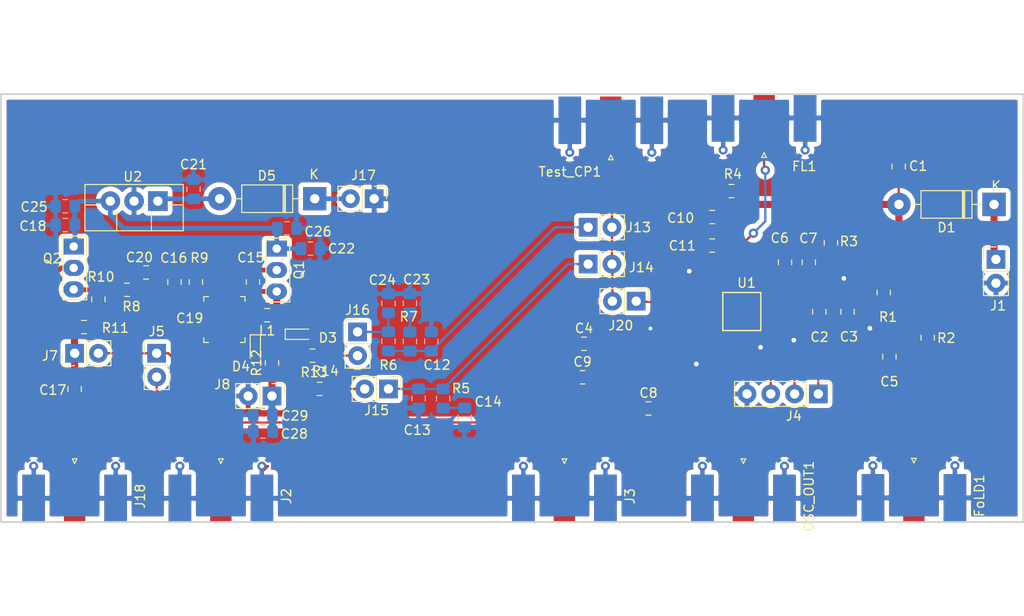
<source format=kicad_pcb>
(kicad_pcb (version 20171130) (host pcbnew "(5.1.5-0-10_14)")
  (layers (0 F.Cu signal) (31 B.Cu signal) (34 B.Paste user) (35 F.Paste user) (36 B.SilkS user) (37 F.SilkS user) (38 B.Mask user) (39 F.Mask user) (44 Edge.Cuts user))
  (net 0 "")
  (net 1 GND)
  (net 2 "Net-(C4-Pad1)")
  (net 3 "Net-(C8-Pad1)")
  (net 4 "Net-(C9-Pad2)")
  (net 5 PLL_Power)
  (net 6 "Net-(C12-Pad2)")
  (net 7 "Net-(C15-Pad1)")
  (net 8 "Net-(C15-Pad2)")
  (net 9 8V)
  (net 10 "Net-(C20-Pad2)")
  (net 11 "Net-(C21-Pad1)")
  (net 12 "Net-(D1-Pad1)")
  (net 13 "Net-(D3-Pad1)")
  (net 14 "Net-(D5-Pad1)")
  (net 15 "Net-(J2-Pad1)")
  (net 16 "Net-(J13-Pad2)")
  (net 17 V_uC)
  (net 18 Vp)
  (net 19 Vcc)
  (net 20 CE)
  (net 21 F_IN)
  (net 22 OSC_IN)
  (net 23 CPo)
  (net 24 LE)
  (net 25 Data)
  (net 26 FL)
  (net 27 FoLD)
  (net 28 OSC_OUT)
  (net 29 Clock)
  (net 30 "Net-(C13-Pad1)")
  (net 31 "Net-(C14-Pad1)")
  (net 32 "Net-(C17-Pad2)")
  (net 33 "Net-(C17-Pad1)")
  (net 34 "Net-(Q2-Pad3)")
  (net 35 "Net-(C23-Pad1)")
  (net 36 "Net-(C24-Pad1)")
  (net 37 "Net-(J15-Pad2)")
  (net 38 "Net-(J16-Pad2)")
  (net 39 "Net-(C28-Pad2)")
  (module Capacitor_SMD:C_0805_2012Metric_Pad1.15x1.40mm_HandSolder (layer B.Cu) (at 106.7308 112.2426)
    (fp_text reference C28 (at 3.3528 0.254) (layer F.SilkS))
    (fp_text value 100pF)
    (pad 2 smd roundrect (at 1.025 0) (size 1.15 1.4) (layers B.Cu B.Paste B.Mask) (roundrect_rratio 0.217391) (net 39 "Net-(C28-Pad2)"))
    (pad 1 smd roundrect (at -1.025 0) (size 1.15 1.4) (layers B.Cu B.Paste B.Mask) (roundrect_rratio 0.217391) (net 1 GND))
  )
  (module Capacitor_SMD:C_0805_2012Metric_Pad1.15x1.40mm_HandSolder (layer B.Cu) (at 106.7218 110.4646)
    (fp_text reference C29 (at 3.4126 0.1016) (layer F.SilkS))
    (fp_text value 100nF)
    (pad 1 smd roundrect (at -1.025 0) (size 1.15 1.4) (layers B.Cu B.Paste B.Mask) (roundrect_rratio 0.217391) (net 1 GND))
    (pad 2 smd roundrect (at 1.025 0) (size 1.15 1.4) (layers B.Cu B.Paste B.Mask) (roundrect_rratio 0.217391) (net 39 "Net-(C28-Pad2)"))
  )
  (module Capacitor_SMD:C_0805_2012Metric_Pad1.15x1.40mm_HandSolder (layer B.Cu) (at 109.2925 90.5383 180)
    (fp_text reference C26 (at -3.3184 -0.3556 180) (layer F.SilkS))
    (fp_text value 100pF)
    (pad 2 smd roundrect (at 1.025 0 180) (size 1.15 1.4) (layers B.Cu B.Paste B.Mask) (roundrect_rratio 0.217391) (net 9 8V))
    (pad 1 smd roundrect (at -1.025 0 180) (size 1.15 1.4) (layers B.Cu B.Paste B.Mask) (roundrect_rratio 0.217391) (net 1 GND))
  )
  (module Capacitor_SMD:C_0805_2012Metric_Pad1.15x1.40mm_HandSolder (layer B.Cu) (at 85.6017 88.1761)
    (fp_text reference C25 (at -3.3184 0.0762) (layer F.SilkS))
    (fp_text value 100pF)
    (pad 1 smd roundrect (at -1.025 0) (size 1.15 1.4) (layers B.Cu B.Paste B.Mask) (roundrect_rratio 0.217391) (net 1 GND))
    (pad 2 smd roundrect (at 1.025 0) (size 1.15 1.4) (layers B.Cu B.Paste B.Mask) (roundrect_rratio 0.217391) (net 9 8V))
  )
  (module Resistor_SMD:R_0805_2012Metric_Pad1.15x1.40mm_HandSolder (layer F.Cu) (at 112.023 104.14 180)
    (fp_text reference R14 (at -1.3626 -1.6383 180) (layer F.SilkS))
    (fp_text value 0)
    (pad 2 smd roundrect (at 1.025 0 180) (size 1.15 1.4) (layers F.Cu F.Paste F.Mask) (roundrect_rratio 0.217391) (net 13 "Net-(D3-Pad1)"))
    (pad 1 smd roundrect (at -1.025 0 180) (size 1.15 1.4) (layers F.Cu F.Paste F.Mask) (roundrect_rratio 0.217391) (net 38 "Net-(J16-Pad2)"))
  )
  (module Resistor_SMD:R_0805_2012Metric_Pad1.15x1.40mm_HandSolder (layer F.Cu) (at 112.785 107.696 180)
    (fp_text reference R13 (at 0.5879 1.7653) (layer F.SilkS))
    (fp_text value 0)
    (pad 1 smd roundrect (at -1.025 0 180) (size 1.15 1.4) (layers F.Cu F.Paste F.Mask) (roundrect_rratio 0.217391) (net 37 "Net-(J15-Pad2)"))
    (pad 2 smd roundrect (at 1.025 0 180) (size 1.15 1.4) (layers F.Cu F.Paste F.Mask) (roundrect_rratio 0.217391) (net 13 "Net-(D3-Pad1)"))
  )
  (module Resistor_SMD:R_0805_2012Metric_Pad1.15x1.40mm_HandSolder (layer F.Cu) (at 89.154 98.1292 270)
    (fp_text reference R10 (at -2.4093 -0.2667) (layer F.SilkS))
    (fp_text value 100k)
    (pad 1 smd roundrect (at -1.025 0 270) (size 1.15 1.4) (layers F.Cu F.Paste F.Mask) (roundrect_rratio 0.217391) (net 34 "Net-(Q2-Pad3)"))
    (pad 2 smd roundrect (at 1.025 0 270) (size 1.15 1.4) (layers F.Cu F.Paste F.Mask) (roundrect_rratio 0.217391) (net 1 GND))
  )
  (module Resistor_SMD:R_0805_2012Metric_Pad1.15x1.40mm_HandSolder (layer F.Cu) (at 107.696 104.911 90)
    (fp_text reference R12 (at 0 -1.65 270) (layer F.SilkS))
    (fp_text value 1k)
    (pad 1 smd roundrect (at -1.025 0 90) (size 1.15 1.4) (layers F.Cu F.Paste F.Mask) (roundrect_rratio 0.217391) (net 39 "Net-(C28-Pad2)"))
    (pad 2 smd roundrect (at 1.025 0 90) (size 1.15 1.4) (layers F.Cu F.Paste F.Mask) (roundrect_rratio 0.217391) (net 13 "Net-(D3-Pad1)"))
  )
  (module Capacitor_SMD:C_0805_2012Metric_Pad1.15x1.40mm_HandSolder (layer B.Cu) (at 120.142 98.561 90)
    (fp_text reference C24 (at 2.4982 -0.6604 180) (layer F.SilkS))
    (fp_text value 220nF)
    (pad 2 smd roundrect (at 1.025 0 90) (size 1.15 1.4) (layers B.Cu B.Paste B.Mask) (roundrect_rratio 0.217391) (net 1 GND))
    (pad 1 smd roundrect (at -1.025 0 90) (size 1.15 1.4) (layers B.Cu B.Paste B.Mask) (roundrect_rratio 0.217391) (net 36 "Net-(C24-Pad1)"))
  )
  (module Capacitor_SMD:C_0805_2012Metric_Pad1.15x1.40mm_HandSolder (layer B.Cu) (at 122.428 98.543 90)
    (fp_text reference C23 (at 2.531 0.7239 180) (layer F.SilkS))
    (fp_text value 80nF)
    (pad 1 smd roundrect (at -1.025 0 90) (size 1.15 1.4) (layers B.Cu B.Paste B.Mask) (roundrect_rratio 0.217391) (net 35 "Net-(C23-Pad1)"))
    (pad 2 smd roundrect (at 1.025 0 90) (size 1.15 1.4) (layers B.Cu B.Paste B.Mask) (roundrect_rratio 0.217391) (net 1 GND))
  )
  (module Capacitor_SMD:C_Trimmer_Murata_TZB4-B (layer F.Cu) (at 102.616 100.282 270)
    (fp_text reference C19 (at -0.1425 3.7084) (layer F.SilkS))
    (fp_text value SGC35060)
    (pad 1 smd rect (at -3 0 270) (size 2 1.6) (layers F.Cu F.Paste F.Mask) (net 8 "Net-(C15-Pad2)"))
    (pad 2 smd rect (at 3 0 270) (size 2 1.6) (layers F.Cu F.Paste F.Mask) (net 1 GND))
  )
  (module Resistor_SMD:R_0805_2012Metric_Pad1.15x1.40mm_HandSolder (layer B.Cu) (at 122.428 102.625 270)
    (fp_text reference R7 (at -2.6453 0.127 180) (layer F.SilkS))
    (fp_text value 62k)
    (pad 1 smd roundrect (at -1.025 0 270) (size 1.15 1.4) (layers B.Cu B.Paste B.Mask) (roundrect_rratio 0.217391) (net 35 "Net-(C23-Pad1)"))
    (pad 2 smd roundrect (at 1.025 0 270) (size 1.15 1.4) (layers B.Cu B.Paste B.Mask) (roundrect_rratio 0.217391) (net 6 "Net-(C12-Pad2)"))
  )
  (module Resistor_SMD:R_0805_2012Metric_Pad1.15x1.40mm_HandSolder (layer F.Cu) (at 92.211 97.1042)
    (fp_text reference R8 (at 0.4736 1.7907) (layer F.SilkS))
    (fp_text value "1 Ohm")
    (pad 2 smd roundrect (at 1.025 0) (size 1.15 1.4) (layers F.Cu F.Paste F.Mask) (roundrect_rratio 0.217391) (net 10 "Net-(C20-Pad2)"))
    (pad 1 smd roundrect (at -1.025 0) (size 1.15 1.4) (layers F.Cu F.Paste F.Mask) (roundrect_rratio 0.217391) (net 34 "Net-(Q2-Pad3)"))
  )
  (module Capacitor_SMD:C_0805_2012Metric_Pad1.15x1.40mm_HandSolder (layer F.Cu) (at 86.614 107.705 270)
    (fp_text reference C17 (at 0.1053 2.3368) (layer F.SilkS))
    (fp_text value 100nF)
    (pad 2 smd roundrect (at 1.025 0 270) (size 1.15 1.4) (layers F.Cu F.Paste F.Mask) (roundrect_rratio 0.217391) (net 32 "Net-(C17-Pad2)"))
    (pad 1 smd roundrect (at -1.025 0 270) (size 1.15 1.4) (layers F.Cu F.Paste F.Mask) (roundrect_rratio 0.217391) (net 33 "Net-(C17-Pad1)"))
  )
  (module Capacitor_SMD:C_0805_2012Metric_Pad1.15x1.40mm_HandSolder (layer B.Cu) (at 128.27 110.753 270)
    (fp_text reference C14 (at -1.6854 -2.5273) (layer F.SilkS))
    (fp_text value C)
    (pad 1 smd roundrect (at -1.025 0 270) (size 1.15 1.4) (layers B.Cu B.Paste B.Mask) (roundrect_rratio 0.217391) (net 31 "Net-(C14-Pad1)"))
    (pad 2 smd roundrect (at 1.025 0 270) (size 1.15 1.4) (layers B.Cu B.Paste B.Mask) (roundrect_rratio 0.217391) (net 1 GND))
  )
  (module Package_TO_SOT_THT:TO-251-3_Vertical (layer F.Cu) (at 86.5124 92.4814 270)
    (fp_text reference Q2 (at 1.2827 2.2987) (layer F.SilkS))
    (fp_text value "2N5486 JFET")
    (pad 3 thru_hole oval (at 4.58 0 270) (size 1.7175 2.2) (drill 0.9) (layers *.Cu *.Mask) (net 34 "Net-(Q2-Pad3)"))
    (pad 2 thru_hole oval (at 2.29 0 270) (size 1.7175 2.2) (drill 0.9) (layers *.Cu *.Mask) (net 33 "Net-(C17-Pad1)"))
    (pad 1 thru_hole rect (at 0 0 270) (size 1.7175 2.2) (drill 0.9) (layers *.Cu *.Mask) (net 9 8V))
  )
  (module Package_TO_SOT_THT:TO-251-3_Vertical (layer F.Cu) (at 108.204 92.706 270)
    (fp_text reference Q1 (at 2.29 -2.39 270) (layer F.SilkS))
    (fp_text value "2N5486 JFET")
    (pad 1 thru_hole rect (at 0 0 270) (size 1.7 2.2) (drill 0.9) (layers *.Cu *.Mask) (net 9 8V))
    (pad 2 thru_hole oval (at 2.29 0 270) (size 1.7 2.2) (drill 0.9) (layers *.Cu *.Mask) (net 7 "Net-(C15-Pad1)"))
    (pad 3 thru_hole oval (at 4.58 0 270) (size 1.7 2.2) (drill 0.9) (layers *.Cu *.Mask) (net 8 "Net-(C15-Pad2)"))
  )
  (module Connector_Coaxial:SMA_Molex_73251-1153_EdgeMount_Horizontal (layer F.Cu) (at 176.276 117.6092 90)
    (fp_text reference FoLD1 (at -1.5 7 90) (layer F.SilkS))
    (fp_text value Conn_Coaxial)
    (pad 2 smd rect (at 1.27 4.38 90) (size 0.95 0.46) (layers B.Cu) (net 1 GND))
    (pad 2 smd rect (at 1.27 -4.38 90) (size 0.95 0.46) (layers B.Cu) (net 1 GND))
    (pad 2 smd rect (at 1.27 4.38 90) (size 0.95 0.46) (layers F.Cu) (net 1 GND))
    (pad 2 smd rect (at 1.27 -4.38 90) (size 0.95 0.46) (layers F.Cu) (net 1 GND))
    (pad 2 thru_hole circle (at 1.72 4.38 90) (size 0.97 0.97) (drill 0.46) (layers *.Cu) (net 1 GND))
    (pad 2 thru_hole circle (at 1.72 -4.38 90) (size 0.97 0.97) (drill 0.46) (layers *.Cu) (net 1 GND))
    (pad 2 smd rect (at -1.72 4.38 90) (size 5.08 2.42) (layers B.Cu B.Paste B.Mask) (net 1 GND))
    (pad 2 smd rect (at -1.72 -4.38 90) (size 5.08 2.42) (layers B.Cu B.Paste B.Mask) (net 1 GND))
    (pad 2 smd rect (at -1.72 4.38 90) (size 5.08 2.42) (layers F.Cu F.Paste F.Mask) (net 1 GND))
    (pad 2 smd rect (at -1.72 -4.38 90) (size 5.08 2.42) (layers F.Cu F.Paste F.Mask) (net 1 GND))
    (pad 1 smd rect (at -1.72 0 90) (size 5.08 2.29) (layers F.Cu F.Paste F.Mask) (net 27 FoLD))
  )
  (module Connector_Coaxial:SMA_Molex_73251-1153_EdgeMount_Horizontal (layer F.Cu) (at 160.274 80.46 270)
    (fp_text reference FL1 (at 3.45652 -4.28244) (layer F.SilkS))
    (fp_text value Conn_Coaxial)
    (pad 1 smd rect (at -1.72 0 270) (size 5.08 2.29) (layers F.Cu F.Paste F.Mask) (net 26 FL))
    (pad 2 smd rect (at -1.72 -4.38 270) (size 5.08 2.42) (layers F.Cu F.Paste F.Mask) (net 1 GND))
    (pad 2 smd rect (at -1.72 4.38 270) (size 5.08 2.42) (layers F.Cu F.Paste F.Mask) (net 1 GND))
    (pad 2 smd rect (at -1.72 -4.38 270) (size 5.08 2.42) (layers B.Cu B.Paste B.Mask) (net 1 GND))
    (pad 2 smd rect (at -1.72 4.38 270) (size 5.08 2.42) (layers B.Cu B.Paste B.Mask) (net 1 GND))
    (pad 2 thru_hole circle (at 1.72 -4.38 270) (size 0.97 0.97) (drill 0.46) (layers *.Cu) (net 1 GND))
    (pad 2 thru_hole circle (at 1.72 4.38 270) (size 0.97 0.97) (drill 0.46) (layers *.Cu) (net 1 GND))
    (pad 2 smd rect (at 1.27 -4.38 270) (size 0.95 0.46) (layers F.Cu) (net 1 GND))
    (pad 2 smd rect (at 1.27 4.38 270) (size 0.95 0.46) (layers F.Cu) (net 1 GND))
    (pad 2 smd rect (at 1.27 -4.38 270) (size 0.95 0.46) (layers B.Cu) (net 1 GND))
    (pad 2 smd rect (at 1.27 4.38 270) (size 0.95 0.46) (layers B.Cu) (net 1 GND))
  )
  (module Connector_Coaxial:SMA_Molex_73251-1153_EdgeMount_Horizontal (layer F.Cu) (at 143.891 80.714 270)
    (fp_text reference Test_CP1 (at 3.78672 4.35356) (layer F.SilkS))
    (fp_text value Conn_Coaxial)
    (pad 2 smd rect (at 1.27 4.38 270) (size 0.95 0.46) (layers B.Cu) (net 1 GND))
    (pad 2 smd rect (at 1.27 -4.38 270) (size 0.95 0.46) (layers B.Cu) (net 1 GND))
    (pad 2 smd rect (at 1.27 4.38 270) (size 0.95 0.46) (layers F.Cu) (net 1 GND))
    (pad 2 smd rect (at 1.27 -4.38 270) (size 0.95 0.46) (layers F.Cu) (net 1 GND))
    (pad 2 thru_hole circle (at 1.72 4.38 270) (size 0.97 0.97) (drill 0.46) (layers *.Cu) (net 1 GND))
    (pad 2 thru_hole circle (at 1.72 -4.38 270) (size 0.97 0.97) (drill 0.46) (layers *.Cu) (net 1 GND))
    (pad 2 smd rect (at -1.72 4.38 270) (size 5.08 2.42) (layers B.Cu B.Paste B.Mask) (net 1 GND))
    (pad 2 smd rect (at -1.72 -4.38 270) (size 5.08 2.42) (layers B.Cu B.Paste B.Mask) (net 1 GND))
    (pad 2 smd rect (at -1.72 4.38 270) (size 5.08 2.42) (layers F.Cu F.Paste F.Mask) (net 1 GND))
    (pad 2 smd rect (at -1.72 -4.38 270) (size 5.08 2.42) (layers F.Cu F.Paste F.Mask) (net 1 GND))
    (pad 1 smd rect (at -1.72 0 270) (size 5.08 2.29) (layers F.Cu F.Paste F.Mask) (net 16 "Net-(J13-Pad2)"))
  )
  (module Connector_Coaxial:SMA_Molex_73251-1153_EdgeMount_Horizontal (layer F.Cu) (at 158.0642 117.66 90)
    (fp_text reference OSC_OUT1 (at -1.5 7 90) (layer F.SilkS))
    (fp_text value Conn_Coaxial)
    (pad 1 smd rect (at -1.72 0 90) (size 5.08 2.29) (layers F.Cu F.Paste F.Mask) (net 28 OSC_OUT))
    (pad 2 smd rect (at -1.72 -4.38 90) (size 5.08 2.42) (layers F.Cu F.Paste F.Mask) (net 1 GND))
    (pad 2 smd rect (at -1.72 4.38 90) (size 5.08 2.42) (layers F.Cu F.Paste F.Mask) (net 1 GND))
    (pad 2 smd rect (at -1.72 -4.38 90) (size 5.08 2.42) (layers B.Cu B.Paste B.Mask) (net 1 GND))
    (pad 2 smd rect (at -1.72 4.38 90) (size 5.08 2.42) (layers B.Cu B.Paste B.Mask) (net 1 GND))
    (pad 2 thru_hole circle (at 1.72 -4.38 90) (size 0.97 0.97) (drill 0.46) (layers *.Cu) (net 1 GND))
    (pad 2 thru_hole circle (at 1.72 4.38 90) (size 0.97 0.97) (drill 0.46) (layers *.Cu) (net 1 GND))
    (pad 2 smd rect (at 1.27 -4.38 90) (size 0.95 0.46) (layers F.Cu) (net 1 GND))
    (pad 2 smd rect (at 1.27 4.38 90) (size 0.95 0.46) (layers F.Cu) (net 1 GND))
    (pad 2 smd rect (at 1.27 -4.38 90) (size 0.95 0.46) (layers B.Cu) (net 1 GND))
    (pad 2 smd rect (at 1.27 4.38 90) (size 0.95 0.46) (layers B.Cu) (net 1 GND))
  )
  (module Capacitor_SMD:C_0805_2012Metric_Pad1.15x1.40mm_HandSolder (layer F.Cu) (at 174.6504 83.9306 270)
    (fp_text reference C1 (at -0.04456 -2.0828) (layer F.SilkS))
    (fp_text value C)
    (pad 1 smd roundrect (at -1.025 0 270) (size 1.15 1.4) (layers F.Cu F.Paste F.Mask) (roundrect_rratio 0.217391) (net 1 GND))
    (pad 2 smd roundrect (at 1.025 0 270) (size 1.15 1.4) (layers F.Cu F.Paste F.Mask) (roundrect_rratio 0.217391) (net 5 PLL_Power))
  )
  (module Capacitor_SMD:C_0805_2012Metric_Pad1.15x1.40mm_HandSolder (layer F.Cu) (at 166.1668 99.45 90)
    (fp_text reference C2 (at -2.7088 0.02032 180) (layer F.SilkS))
    (fp_text value 100nF)
    (pad 1 smd roundrect (at -1.025 0 90) (size 1.15 1.4) (layers F.Cu F.Paste F.Mask) (roundrect_rratio 0.217391) (net 1 GND))
    (pad 2 smd roundrect (at 1.025 0 90) (size 1.15 1.4) (layers F.Cu F.Paste F.Mask) (roundrect_rratio 0.217391) (net 17 V_uC))
  )
  (module Capacitor_SMD:C_0805_2012Metric_Pad1.15x1.40mm_HandSolder (layer F.Cu) (at 169.1894 99.45 90)
    (fp_text reference C3 (at -2.67324 0.14224 180) (layer F.SilkS))
    (fp_text value 100pF)
    (pad 2 smd roundrect (at 1.025 0 90) (size 1.15 1.4) (layers F.Cu F.Paste F.Mask) (roundrect_rratio 0.217391) (net 17 V_uC))
    (pad 1 smd roundrect (at -1.025 0 90) (size 1.15 1.4) (layers F.Cu F.Paste F.Mask) (roundrect_rratio 0.217391) (net 1 GND))
  )
  (module Capacitor_SMD:C_0805_2012Metric_Pad1.15x1.40mm_HandSolder (layer F.Cu) (at 141.0298 102.87)
    (fp_text reference C4 (at 0 -1.65) (layer F.SilkS))
    (fp_text value 1000pF)
    (pad 2 smd roundrect (at 1.025 0) (size 1.15 1.4) (layers F.Cu F.Paste F.Mask) (roundrect_rratio 0.217391) (net 21 F_IN))
    (pad 1 smd roundrect (at -1.025 0) (size 1.15 1.4) (layers F.Cu F.Paste F.Mask) (roundrect_rratio 0.217391) (net 2 "Net-(C4-Pad1)"))
  )
  (module Capacitor_SMD:C_0805_2012Metric_Pad1.15x1.40mm_HandSolder (layer F.Cu) (at 173.6598 104.2506 90)
    (fp_text reference C5 (at -2.66308 -0.00508 180) (layer F.SilkS))
    (fp_text value 100nF)
    (pad 2 smd roundrect (at 1.025 0 90) (size 1.15 1.4) (layers F.Cu F.Paste F.Mask) (roundrect_rratio 0.217391) (net 20 CE))
    (pad 1 smd roundrect (at -1.025 0 90) (size 1.15 1.4) (layers F.Cu F.Paste F.Mask) (roundrect_rratio 0.217391) (net 1 GND))
  )
  (module Capacitor_SMD:C_0805_2012Metric_Pad1.15x1.40mm_HandSolder (layer F.Cu) (at 162.5092 94.1668 90)
    (fp_text reference C6 (at 2.5871 -0.5715 180) (layer F.SilkS))
    (fp_text value 100nF)
    (pad 1 smd roundrect (at -1.025 0 90) (size 1.15 1.4) (layers F.Cu F.Paste F.Mask) (roundrect_rratio 0.217391) (net 1 GND))
    (pad 2 smd roundrect (at 1.025 0 90) (size 1.15 1.4) (layers F.Cu F.Paste F.Mask) (roundrect_rratio 0.217391) (net 19 Vcc))
  )
  (module Capacitor_SMD:C_0805_2012Metric_Pad1.15x1.40mm_HandSolder (layer F.Cu) (at 165.0492 94.1668 90)
    (fp_text reference C7 (at 2.5617 -0.0508 180) (layer F.SilkS))
    (fp_text value 100pF)
    (pad 1 smd roundrect (at -1.025 0 90) (size 1.15 1.4) (layers F.Cu F.Paste F.Mask) (roundrect_rratio 0.217391) (net 1 GND))
    (pad 2 smd roundrect (at 1.025 0 90) (size 1.15 1.4) (layers F.Cu F.Paste F.Mask) (roundrect_rratio 0.217391) (net 19 Vcc))
  )
  (module Capacitor_SMD:C_0805_2012Metric_Pad1.15x1.40mm_HandSolder (layer F.Cu) (at 147.9206 109.7788)
    (fp_text reference C8 (at 0 -1.65) (layer F.SilkS))
    (fp_text value 1000pF)
    (pad 2 smd roundrect (at 1.025 0) (size 1.15 1.4) (layers F.Cu F.Paste F.Mask) (roundrect_rratio 0.217391) (net 22 OSC_IN))
    (pad 1 smd roundrect (at -1.025 0) (size 1.15 1.4) (layers F.Cu F.Paste F.Mask) (roundrect_rratio 0.217391) (net 3 "Net-(C8-Pad1)"))
  )
  (module Capacitor_SMD:C_0805_2012Metric_Pad1.15x1.40mm_HandSolder (layer F.Cu) (at 140.8774 106.4514)
    (fp_text reference C9 (at 0 -1.65) (layer F.SilkS))
    (fp_text value 100nF)
    (pad 2 smd roundrect (at 1.025 0) (size 1.15 1.4) (layers F.Cu F.Paste F.Mask) (roundrect_rratio 0.217391) (net 4 "Net-(C9-Pad2)"))
    (pad 1 smd roundrect (at -1.025 0) (size 1.15 1.4) (layers F.Cu F.Paste F.Mask) (roundrect_rratio 0.217391) (net 1 GND))
  )
  (module Capacitor_SMD:C_0805_2012Metric_Pad1.15x1.40mm_HandSolder (layer F.Cu) (at 154.7278 89.3318)
    (fp_text reference C10 (at -3.3692 0.1016) (layer F.SilkS))
    (fp_text value 100nF)
    (pad 2 smd roundrect (at 1.025 0) (size 1.15 1.4) (layers F.Cu F.Paste F.Mask) (roundrect_rratio 0.217391) (net 18 Vp))
    (pad 1 smd roundrect (at -1.025 0) (size 1.15 1.4) (layers F.Cu F.Paste F.Mask) (roundrect_rratio 0.217391) (net 1 GND))
  )
  (module Capacitor_SMD:C_0805_2012Metric_Pad1.15x1.40mm_HandSolder (layer F.Cu) (at 154.7278 92.3798)
    (fp_text reference C11 (at -3.1914 0.0127) (layer F.SilkS))
    (fp_text value 100pF)
    (pad 1 smd roundrect (at -1.025 0) (size 1.15 1.4) (layers F.Cu F.Paste F.Mask) (roundrect_rratio 0.217391) (net 1 GND))
    (pad 2 smd roundrect (at 1.025 0) (size 1.15 1.4) (layers F.Cu F.Paste F.Mask) (roundrect_rratio 0.217391) (net 18 Vp))
  )
  (module Capacitor_SMD:C_0805_2012Metric_Pad1.15x1.40mm_HandSolder (layer B.Cu) (at 124.714 102.625 270)
    (fp_text reference C12 (at 2.5056 -0.6096) (layer F.SilkS))
    (fp_text value 12nF)
    (pad 2 smd roundrect (at 1.025 0 270) (size 1.15 1.4) (layers B.Cu B.Paste B.Mask) (roundrect_rratio 0.217391) (net 6 "Net-(C12-Pad2)"))
    (pad 1 smd roundrect (at -1.025 0 270) (size 1.15 1.4) (layers B.Cu B.Paste B.Mask) (roundrect_rratio 0.217391) (net 1 GND))
  )
  (module Capacitor_SMD:C_0805_2012Metric_Pad1.15x1.40mm_HandSolder (layer B.Cu) (at 123.3551 108.7083 270)
    (fp_text reference C13 (at 3.3819 0.1397) (layer F.SilkS))
    (fp_text value C)
    (pad 2 smd roundrect (at 1.025 0 270) (size 1.15 1.4) (layers B.Cu B.Paste B.Mask) (roundrect_rratio 0.217391) (net 1 GND))
    (pad 1 smd roundrect (at -1.025 0 270) (size 1.15 1.4) (layers B.Cu B.Paste B.Mask) (roundrect_rratio 0.217391) (net 30 "Net-(C13-Pad1)"))
  )
  (module Capacitor_SMD:C_0805_2012Metric_Pad1.15x1.40mm_HandSolder (layer F.Cu) (at 105.664 96.275 270)
    (fp_text reference C15 (at -2.6125 0.2286) (layer F.SilkS))
    (fp_text value 22pF)
    (pad 1 smd roundrect (at -1.025 0 270) (size 1.15 1.4) (layers F.Cu F.Paste F.Mask) (roundrect_rratio 0.217391) (net 7 "Net-(C15-Pad1)"))
    (pad 2 smd roundrect (at 1.025 0 270) (size 1.15 1.4) (layers F.Cu F.Paste F.Mask) (roundrect_rratio 0.217391) (net 8 "Net-(C15-Pad2)"))
  )
  (module Capacitor_SMD:C_0805_2012Metric_Pad1.15x1.40mm_HandSolder (layer F.Cu) (at 97.282 96.275 90)
    (fp_text reference C16 (at 2.5744 -0.0762 180) (layer F.SilkS))
    (fp_text value 47pF)
    (pad 2 smd roundrect (at 1.025 0 90) (size 1.15 1.4) (layers F.Cu F.Paste F.Mask) (roundrect_rratio 0.217391) (net 7 "Net-(C15-Pad1)"))
    (pad 1 smd roundrect (at -1.025 0 90) (size 1.15 1.4) (layers F.Cu F.Paste F.Mask) (roundrect_rratio 0.217391) (net 1 GND))
  )
  (module Capacitor_SMD:C_0805_2012Metric_Pad1.15x1.40mm_HandSolder (layer B.Cu) (at 85.6197 90.1827)
    (fp_text reference C18 (at -3.4634 0.1143) (layer F.SilkS))
    (fp_text value 100nF)
    (pad 1 smd roundrect (at -1.025 0) (size 1.15 1.4) (layers B.Cu B.Paste B.Mask) (roundrect_rratio 0.217391) (net 1 GND))
    (pad 2 smd roundrect (at 1.025 0) (size 1.15 1.4) (layers B.Cu B.Paste B.Mask) (roundrect_rratio 0.217391) (net 9 8V))
  )
  (module Capacitor_SMD:C_0805_2012Metric_Pad1.15x1.40mm_HandSolder (layer F.Cu) (at 94.243 95.25 180)
    (fp_text reference C20 (at 0.7075 1.6129 180) (layer F.SilkS))
    (fp_text value 10pF)
    (pad 1 smd roundrect (at -1.025 0 180) (size 1.15 1.4) (layers F.Cu F.Paste F.Mask) (roundrect_rratio 0.217391) (net 7 "Net-(C15-Pad1)"))
    (pad 2 smd roundrect (at 1.025 0 180) (size 1.15 1.4) (layers F.Cu F.Paste F.Mask) (roundrect_rratio 0.217391) (net 10 "Net-(C20-Pad2)"))
  )
  (module Capacitor_SMD:C_0805_2012Metric_Pad1.15x1.40mm_HandSolder (layer B.Cu) (at 99.314 86.36 90)
    (fp_text reference C21 (at 2.6416 0) (layer F.SilkS))
    (fp_text value 100nF)
    (pad 1 smd roundrect (at -1.025 0 90) (size 1.15 1.4) (layers B.Cu B.Paste B.Mask) (roundrect_rratio 0.217391) (net 11 "Net-(C21-Pad1)"))
    (pad 2 smd roundrect (at 1.025 0 90) (size 1.15 1.4) (layers B.Cu B.Paste B.Mask) (roundrect_rratio 0.217391) (net 1 GND))
  )
  (module Capacitor_SMD:C_0805_2012Metric_Pad1.15x1.40mm_HandSolder (layer B.Cu) (at 111.8071 92.71 180)
    (fp_text reference C22 (at -3.3184 0 180) (layer F.SilkS))
    (fp_text value 100nF)
    (pad 1 smd roundrect (at -1.025 0 180) (size 1.15 1.4) (layers B.Cu B.Paste B.Mask) (roundrect_rratio 0.217391) (net 1 GND))
    (pad 2 smd roundrect (at 1.025 0 180) (size 1.15 1.4) (layers B.Cu B.Paste B.Mask) (roundrect_rratio 0.217391) (net 9 8V))
  )
  (module Diode_THT:D_DO-41_SOD81_P10.16mm_Horizontal (layer F.Cu) (at 184.8358 87.9856 180)
    (fp_text reference D1 (at 5.08 -2.47 180) (layer F.SilkS))
    (fp_text value DIODE)
    (fp_text user K (at -0.21336 1.9812 180) (layer F.SilkS))
    (pad 1 thru_hole rect (at 0 0 180) (size 2.5 2.5) (drill 1) (layers *.Cu *.Mask) (net 12 "Net-(D1-Pad1)"))
    (pad 2 thru_hole oval (at 10.16 0 180) (size 2.5 2.5) (drill 1) (layers *.Cu *.Mask) (net 5 PLL_Power))
  )
  (module Diode_SMD:D_SC-80_HandSoldering (layer F.Cu) (at 110.914 101.854)
    (fp_text reference D3 (at 2.751 0.381) (layer F.SilkS))
    (fp_text value 1SV304)
    (pad 1 smd rect (at -1.1 0) (size 1.1 0.6) (layers F.Cu F.Paste F.Mask) (net 13 "Net-(D3-Pad1)"))
    (pad 2 smd rect (at 1.1 0) (size 1.1 0.6) (layers F.Cu F.Paste F.Mask) (net 8 "Net-(C15-Pad2)"))
  )
  (module Diode_SMD:D_SC-80_HandSoldering (layer F.Cu) (at 105.918 103.716 270)
    (fp_text reference D4 (at 1.5797 1.5367) (layer F.SilkS))
    (fp_text value 1SV304)
    (pad 2 smd rect (at 1.1 0 270) (size 1.1 0.6) (layers F.Cu F.Paste F.Mask) (net 1 GND))
    (pad 1 smd rect (at -1.1 0 270) (size 1.1 0.6) (layers F.Cu F.Paste F.Mask) (net 13 "Net-(D3-Pad1)"))
  )
  (module Diode_THT:D_DO-41_SOD81_P10.16mm_Horizontal (layer F.Cu) (at 112.268 87.376 180)
    (fp_text reference D5 (at 5.1308 2.4511 180) (layer F.SilkS))
    (fp_text value DIODE)
    (fp_text user K (at 0.0762 2.6035 180) (layer F.SilkS))
    (pad 2 thru_hole oval (at 10.16 0 180) (size 2.5 2.5) (drill 1) (layers *.Cu *.Mask) (net 11 "Net-(C21-Pad1)"))
    (pad 1 thru_hole rect (at 0 0 180) (size 2.5 2.5) (drill 1) (layers *.Cu *.Mask) (net 14 "Net-(D5-Pad1)"))
  )
  (module Connector_PinHeader_2.54mm:PinHeader_1x02_P2.54mm_Vertical (layer F.Cu) (at 185.039 93.853)
    (fp_text reference J1 (at 0.2286 4.94792) (layer F.SilkS))
    (fp_text value Conn_01x02_Male)
    (pad 2 thru_hole oval (at 0 2.54) (size 2 2) (drill 1) (layers *.Cu *.Mask) (net 1 GND))
    (pad 1 thru_hole rect (at 0 0) (size 2 2) (drill 1) (layers *.Cu *.Mask) (net 12 "Net-(D1-Pad1)"))
  )
  (module Connector_Coaxial:SMA_Molex_73251-1153_EdgeMount_Horizontal (layer F.Cu) (at 102.235 117.66 90)
    (fp_text reference J2 (at -1.5 7 90) (layer F.SilkS))
    (fp_text value Conn_Coaxial)
    (pad 2 smd rect (at 1.27 4.38 90) (size 0.95 0.46) (layers B.Cu) (net 1 GND))
    (pad 2 smd rect (at 1.27 -4.38 90) (size 0.95 0.46) (layers B.Cu) (net 1 GND))
    (pad 2 smd rect (at 1.27 4.38 90) (size 0.95 0.46) (layers F.Cu) (net 1 GND))
    (pad 2 smd rect (at 1.27 -4.38 90) (size 0.95 0.46) (layers F.Cu) (net 1 GND))
    (pad 2 thru_hole circle (at 1.72 4.38 90) (size 0.97 0.97) (drill 0.46) (layers *.Cu) (net 1 GND))
    (pad 2 thru_hole circle (at 1.72 -4.38 90) (size 0.97 0.97) (drill 0.46) (layers *.Cu) (net 1 GND))
    (pad 2 smd rect (at -1.72 4.38 90) (size 5.08 2.42) (layers B.Cu B.Paste B.Mask) (net 1 GND))
    (pad 2 smd rect (at -1.72 -4.38 90) (size 5.08 2.42) (layers B.Cu B.Paste B.Mask) (net 1 GND))
    (pad 2 smd rect (at -1.72 4.38 90) (size 5.08 2.42) (layers F.Cu F.Paste F.Mask) (net 1 GND))
    (pad 2 smd rect (at -1.72 -4.38 90) (size 5.08 2.42) (layers F.Cu F.Paste F.Mask) (net 1 GND))
    (pad 1 smd rect (at -1.72 0 90) (size 5.08 2.29) (layers F.Cu F.Paste F.Mask) (net 15 "Net-(J2-Pad1)"))
  )
  (module Connector_Coaxial:SMA_Molex_73251-1153_EdgeMount_Horizontal (layer F.Cu) (at 138.938 117.66 90)
    (fp_text reference J3 (at -1.5 7 90) (layer F.SilkS))
    (fp_text value Conn_Coaxial)
    (pad 1 smd rect (at -1.72 0 90) (size 5.08 2.29) (layers F.Cu F.Paste F.Mask) (net 3 "Net-(C8-Pad1)"))
    (pad 2 smd rect (at -1.72 -4.38 90) (size 5.08 2.42) (layers F.Cu F.Paste F.Mask) (net 1 GND))
    (pad 2 smd rect (at -1.72 4.38 90) (size 5.08 2.42) (layers F.Cu F.Paste F.Mask) (net 1 GND))
    (pad 2 smd rect (at -1.72 -4.38 90) (size 5.08 2.42) (layers B.Cu B.Paste B.Mask) (net 1 GND))
    (pad 2 smd rect (at -1.72 4.38 90) (size 5.08 2.42) (layers B.Cu B.Paste B.Mask) (net 1 GND))
    (pad 2 thru_hole circle (at 1.72 -4.38 90) (size 0.97 0.97) (drill 0.46) (layers *.Cu) (net 1 GND))
    (pad 2 thru_hole circle (at 1.72 4.38 90) (size 0.97 0.97) (drill 0.46) (layers *.Cu) (net 1 GND))
    (pad 2 smd rect (at 1.27 -4.38 90) (size 0.95 0.46) (layers F.Cu) (net 1 GND))
    (pad 2 smd rect (at 1.27 4.38 90) (size 0.95 0.46) (layers F.Cu) (net 1 GND))
    (pad 2 smd rect (at 1.27 -4.38 90) (size 0.95 0.46) (layers B.Cu) (net 1 GND))
    (pad 2 smd rect (at 1.27 4.38 90) (size 0.95 0.46) (layers B.Cu) (net 1 GND))
  )
  (module Connector_PinHeader_2.54mm:PinHeader_1x04_P2.54mm_Vertical (layer F.Cu) (at 166.0652 108.2294 270)
    (fp_text reference J4 (at 2.3622 2.62128) (layer F.SilkS))
    (fp_text value Conn_01x04_Male)
    (pad 1 thru_hole rect (at 0 0 270) (size 2 2) (drill 1) (layers *.Cu *.Mask) (net 24 LE))
    (pad 2 thru_hole oval (at 0 2.54 270) (size 2 2) (drill 1) (layers *.Cu *.Mask) (net 25 Data))
    (pad 3 thru_hole oval (at 0 5.08 270) (size 2 2) (drill 1) (layers *.Cu *.Mask) (net 29 Clock))
    (pad 4 thru_hole oval (at 0 7.62 270) (size 2 2) (drill 1) (layers *.Cu *.Mask) (net 1 GND))
  )
  (module Connector_PinHeader_2.54mm:PinHeader_1x02_P2.54mm_Vertical (layer F.Cu) (at 95.377 103.886)
    (fp_text reference J5 (at 0 -2.33) (layer F.SilkS))
    (fp_text value Conn_01x02_Male)
    (pad 1 thru_hole rect (at 0 0) (size 2 2) (drill 1) (layers *.Cu *.Mask) (net 2 "Net-(C4-Pad1)"))
    (pad 2 thru_hole oval (at 0 2.54) (size 2 2) (drill 1) (layers *.Cu *.Mask) (net 15 "Net-(J2-Pad1)"))
  )
  (module Connector_PinHeader_2.54mm:PinHeader_1x02_P2.54mm_Vertical (layer F.Cu) (at 86.614 103.886 90)
    (fp_text reference J7 (at -0.2794 -2.6416 180) (layer F.SilkS))
    (fp_text value Conn_01x02_Male)
    (pad 2 thru_hole oval (at 0 2.54 90) (size 2 2) (drill 1) (layers *.Cu *.Mask) (net 2 "Net-(C4-Pad1)"))
    (pad 1 thru_hole rect (at 0 0 90) (size 2 2) (drill 1) (layers *.Cu *.Mask) (net 33 "Net-(C17-Pad1)"))
  )
  (module Connector_PinHeader_2.54mm:PinHeader_1x02_P2.54mm_Vertical (layer F.Cu) (at 107.696 108.458 270)
    (fp_text reference J8 (at -1.2446 5.3086) (layer F.SilkS))
    (fp_text value Conn_01x02_Male)
    (pad 1 thru_hole rect (at 0 0 270) (size 2 2) (drill 1) (layers *.Cu *.Mask) (net 39 "Net-(C28-Pad2)"))
    (pad 2 thru_hole oval (at 0 2.54 270) (size 2 2) (drill 1) (layers *.Cu *.Mask) (net 1 GND))
  )
  (module Connector_PinHeader_2.54mm:PinHeader_1x02_P2.54mm_Vertical (layer F.Cu) (at 141.478 90.424 90)
    (fp_text reference J13 (at -0.02032 5.37464 180) (layer F.SilkS))
    (fp_text value Conn_01x02_Male)
    (pad 2 thru_hole oval (at 0 2.54 90) (size 2 2) (drill 1) (layers *.Cu *.Mask) (net 16 "Net-(J13-Pad2)"))
    (pad 1 thru_hole rect (at 0 0 90) (size 2 2) (drill 1) (layers *.Cu *.Mask) (net 6 "Net-(C12-Pad2)"))
  )
  (module Connector_PinHeader_2.54mm:PinHeader_1x02_P2.54mm_Vertical (layer F.Cu) (at 141.478 94.361 90)
    (fp_text reference J14 (at -0.3556 5.68452 180) (layer F.SilkS))
    (fp_text value Conn_01x02_Male)
    (pad 1 thru_hole rect (at 0 0 90) (size 2 2) (drill 1) (layers *.Cu *.Mask) (net 30 "Net-(C13-Pad1)"))
    (pad 2 thru_hole oval (at 0 2.54 90) (size 2 2) (drill 1) (layers *.Cu *.Mask) (net 16 "Net-(J13-Pad2)"))
  )
  (module Connector_PinHeader_2.54mm:PinHeader_1x02_P2.54mm_Vertical (layer F.Cu) (at 120.142 107.696 270)
    (fp_text reference J15 (at 2.286 1.27) (layer F.SilkS))
    (fp_text value Conn_01x02_Male)
    (pad 2 thru_hole oval (at 0 2.54 270) (size 2 2) (drill 1) (layers *.Cu *.Mask) (net 37 "Net-(J15-Pad2)"))
    (pad 1 thru_hole rect (at 0 0 270) (size 2 2) (drill 1) (layers *.Cu *.Mask) (net 30 "Net-(C13-Pad1)"))
  )
  (module Connector_PinHeader_2.54mm:PinHeader_1x02_P2.54mm_Vertical (layer F.Cu) (at 116.84 101.6)
    (fp_text reference J16 (at 0 -2.33) (layer F.SilkS))
    (fp_text value Conn_01x02_Male)
    (pad 1 thru_hole rect (at 0 0) (size 2 2) (drill 1) (layers *.Cu *.Mask) (net 36 "Net-(C24-Pad1)"))
    (pad 2 thru_hole oval (at 0 2.54) (size 2 2) (drill 1) (layers *.Cu *.Mask) (net 38 "Net-(J16-Pad2)"))
  )
  (module Connector_PinHeader_2.54mm:PinHeader_1x02_P2.54mm_Vertical (layer F.Cu) (at 118.618 87.376 270)
    (fp_text reference J17 (at -2.5019 1.143) (layer F.SilkS))
    (fp_text value Conn_01x02_Male)
    (pad 1 thru_hole rect (at 0 0 270) (size 2 2) (drill 1) (layers *.Cu *.Mask) (net 1 GND))
    (pad 2 thru_hole oval (at 0 2.54 270) (size 2 2) (drill 1) (layers *.Cu *.Mask) (net 14 "Net-(D5-Pad1)"))
  )
  (module Connector_Coaxial:SMA_Molex_73251-1153_EdgeMount_Horizontal (layer F.Cu) (at 86.614 117.66 90)
    (fp_text reference J18 (at -1.5 7 90) (layer F.SilkS))
    (fp_text value Conn_Coaxial)
    (pad 1 smd rect (at -1.72 0 90) (size 5.08 2.29) (layers F.Cu F.Paste F.Mask) (net 32 "Net-(C17-Pad2)"))
    (pad 2 smd rect (at -1.72 -4.38 90) (size 5.08 2.42) (layers F.Cu F.Paste F.Mask) (net 1 GND))
    (pad 2 smd rect (at -1.72 4.38 90) (size 5.08 2.42) (layers F.Cu F.Paste F.Mask) (net 1 GND))
    (pad 2 smd rect (at -1.72 -4.38 90) (size 5.08 2.42) (layers B.Cu B.Paste B.Mask) (net 1 GND))
    (pad 2 smd rect (at -1.72 4.38 90) (size 5.08 2.42) (layers B.Cu B.Paste B.Mask) (net 1 GND))
    (pad 2 thru_hole circle (at 1.72 -4.38 90) (size 0.97 0.97) (drill 0.46) (layers *.Cu) (net 1 GND))
    (pad 2 thru_hole circle (at 1.72 4.38 90) (size 0.97 0.97) (drill 0.46) (layers *.Cu) (net 1 GND))
    (pad 2 smd rect (at 1.27 -4.38 90) (size 0.95 0.46) (layers F.Cu) (net 1 GND))
    (pad 2 smd rect (at 1.27 4.38 90) (size 0.95 0.46) (layers F.Cu) (net 1 GND))
    (pad 2 smd rect (at 1.27 -4.38 90) (size 0.95 0.46) (layers B.Cu) (net 1 GND))
    (pad 2 smd rect (at 1.27 4.38 90) (size 0.95 0.46) (layers B.Cu) (net 1 GND))
  )
  (module Connector_PinHeader_2.54mm:PinHeader_1x02_P2.54mm_Vertical (layer F.Cu) (at 146.6088 98.3234 270)
    (fp_text reference J20 (at 2.60096 1.64592) (layer F.SilkS))
    (fp_text value Conn_01x02_Male)
    (pad 2 thru_hole oval (at 0 2.54 270) (size 2 2) (drill 1) (layers *.Cu *.Mask) (net 16 "Net-(J13-Pad2)"))
    (pad 1 thru_hole rect (at 0 0 270) (size 2 2) (drill 1) (layers *.Cu *.Mask) (net 23 CPo))
  )
  (module Inductor_SMD:L_0805_2012Metric_Pad1.15x1.40mm_HandSolder (layer F.Cu) (at 107.179 99.822 180)
    (fp_text reference L1 (at 0 -1.65 180) (layer F.SilkS))
    (fp_text value 680nH)
    (pad 2 smd roundrect (at 1.025 0 180) (size 1.15 1.4) (layers F.Cu F.Paste F.Mask) (roundrect_rratio 0.217391) (net 1 GND))
    (pad 1 smd roundrect (at -1.025 0 180) (size 1.15 1.4) (layers F.Cu F.Paste F.Mask) (roundrect_rratio 0.217391) (net 8 "Net-(C15-Pad2)"))
  )
  (module Resistor_SMD:R_0805_2012Metric_Pad1.15x1.40mm_HandSolder (layer F.Cu) (at 173.0502 97.3926 270)
    (fp_text reference R1 (at 2.62244 -0.46228) (layer F.SilkS))
    (fp_text value 18)
    (pad 1 smd roundrect (at -1.025 0 270) (size 1.15 1.4) (layers F.Cu F.Paste F.Mask) (roundrect_rratio 0.217391) (net 5 PLL_Power))
    (pad 2 smd roundrect (at 1.025 0 270) (size 1.15 1.4) (layers F.Cu F.Paste F.Mask) (roundrect_rratio 0.217391) (net 17 V_uC))
  )
  (module Resistor_SMD:R_0805_2012Metric_Pad1.15x1.40mm_HandSolder (layer F.Cu) (at 177.7492 102.2186 270)
    (fp_text reference R2 (at 0.04688 -1.9812) (layer F.SilkS))
    (fp_text value 10k)
    (pad 2 smd roundrect (at 1.025 0 270) (size 1.15 1.4) (layers F.Cu F.Paste F.Mask) (roundrect_rratio 0.217391) (net 20 CE))
    (pad 1 smd roundrect (at -1.025 0 270) (size 1.15 1.4) (layers F.Cu F.Paste F.Mask) (roundrect_rratio 0.217391) (net 5 PLL_Power))
  )
  (module Resistor_SMD:R_0805_2012Metric_Pad1.15x1.40mm_HandSolder (layer F.Cu) (at 167.4114 92.084 270)
    (fp_text reference R3 (at -0.1487 -1.9177) (layer F.SilkS))
    (fp_text value 18)
    (pad 2 smd roundrect (at 1.025 0 270) (size 1.15 1.4) (layers F.Cu F.Paste F.Mask) (roundrect_rratio 0.217391) (net 19 Vcc))
    (pad 1 smd roundrect (at -1.025 0 270) (size 1.15 1.4) (layers F.Cu F.Paste F.Mask) (roundrect_rratio 0.217391) (net 5 PLL_Power))
  )
  (module Resistor_SMD:R_0805_2012Metric_Pad1.15x1.40mm_HandSolder (layer F.Cu) (at 156.7852 86.5632 180)
    (fp_text reference R4 (at -0.1487 1.8161 180) (layer F.SilkS))
    (fp_text value 18)
    (pad 1 smd roundrect (at -1.025 0 180) (size 1.15 1.4) (layers F.Cu F.Paste F.Mask) (roundrect_rratio 0.217391) (net 5 PLL_Power))
    (pad 2 smd roundrect (at 1.025 0 180) (size 1.15 1.4) (layers F.Cu F.Paste F.Mask) (roundrect_rratio 0.217391) (net 18 Vp))
  )
  (module Resistor_SMD:R_0805_2012Metric_Pad1.15x1.40mm_HandSolder (layer B.Cu) (at 125.984 108.721 90)
    (fp_text reference R5 (at 1.0758 1.905 180) (layer F.SilkS))
    (fp_text value R)
    (pad 2 smd roundrect (at 1.025 0 90) (size 1.15 1.4) (layers B.Cu B.Paste B.Mask) (roundrect_rratio 0.217391) (net 30 "Net-(C13-Pad1)"))
    (pad 1 smd roundrect (at -1.025 0 90) (size 1.15 1.4) (layers B.Cu B.Paste B.Mask) (roundrect_rratio 0.217391) (net 31 "Net-(C14-Pad1)"))
  )
  (module Resistor_SMD:R_0805_2012Metric_Pad1.15x1.40mm_HandSolder (layer B.Cu) (at 120.142 102.616 270)
    (fp_text reference R6 (at 2.54 0) (layer F.SilkS))
    (fp_text value 1k)
    (pad 2 smd roundrect (at 1.025 0 270) (size 1.15 1.4) (layers B.Cu B.Paste B.Mask) (roundrect_rratio 0.217391) (net 6 "Net-(C12-Pad2)"))
    (pad 1 smd roundrect (at -1.025 0 270) (size 1.15 1.4) (layers B.Cu B.Paste B.Mask) (roundrect_rratio 0.217391) (net 36 "Net-(C24-Pad1)"))
  )
  (module Resistor_SMD:R_0805_2012Metric_Pad1.15x1.40mm_HandSolder (layer F.Cu) (at 99.568 96.275 270)
    (fp_text reference R9 (at -2.5744 -0.381) (layer F.SilkS))
    (fp_text value 1k)
    (pad 1 smd roundrect (at -1.025 0 270) (size 1.15 1.4) (layers F.Cu F.Paste F.Mask) (roundrect_rratio 0.217391) (net 7 "Net-(C15-Pad1)"))
    (pad 2 smd roundrect (at 1.025 0 270) (size 1.15 1.4) (layers F.Cu F.Paste F.Mask) (roundrect_rratio 0.217391) (net 1 GND))
  )
  (module Resistor_SMD:R_0805_2012Metric_Pad1.15x1.40mm_HandSolder (layer F.Cu) (at 87.621 101.092)
    (fp_text reference R11 (at 3.3364 0.0889) (layer F.SilkS))
    (fp_text value 1k)
    (pad 2 smd roundrect (at 1.025 0) (size 1.15 1.4) (layers F.Cu F.Paste F.Mask) (roundrect_rratio 0.217391) (net 1 GND))
    (pad 1 smd roundrect (at -1.025 0) (size 1.15 1.4) (layers F.Cu F.Paste F.Mask) (roundrect_rratio 0.217391) (net 33 "Net-(C17-Pad1)"))
  )
  (module Package_TO_SOT_THT:TO-220F-3_Vertical (layer F.Cu) (at 95.504 87.63 180)
    (fp_text reference U2 (at 2.6797 2.6035 180) (layer F.SilkS))
    (fp_text value L7808)
    (pad 1 thru_hole rect (at 0 0 180) (size 2.1 2.1) (drill 1) (layers *.Cu *.Mask) (net 11 "Net-(C21-Pad1)"))
    (pad 2 thru_hole oval (at 2.54 0 180) (size 2.1 2.1) (drill 1) (layers *.Cu *.Mask) (net 1 GND))
    (pad 3 thru_hole oval (at 5.08 0 180) (size 2.1 2.1) (drill 1) (layers *.Cu *.Mask) (net 9 8V))
  )
  (module LT:LMX231X (layer F.Cu) (at 158.4 95.87)
    (fp_text reference U1 (at 0 0.5) (layer F.SilkS))
    (fp_text value LMX231X)
    (pad 1 smd rect (at -2 2) (size 0.45 0.3) (layers F.Cu F.Paste F.Mask) (net 1 GND))
    (pad 2 smd rect (at -2 2.5) (size 0.45 0.3) (layers F.Cu F.Paste F.Mask) (net 23 CPo))
    (pad 3 smd rect (at -2 3) (size 0.45 0.3) (layers F.Cu F.Paste F.Mask) (net 1 GND))
    (pad 4 smd rect (at -2 3.5) (size 0.45 0.3) (layers F.Cu F.Paste F.Mask) (net 21 F_IN))
    (pad 5 smd rect (at -2 4) (size 0.45 0.3) (layers F.Cu F.Paste F.Mask) (net 4 "Net-(C9-Pad2)"))
    (pad 6 smd rect (at -2 4.5) (size 0.45 0.3) (layers F.Cu F.Paste F.Mask) (net 22 OSC_IN))
    (pad 7 smd rect (at -2 5) (size 0.45 0.3) (layers F.Cu F.Paste F.Mask) (net 1 GND))
    (pad 17 smd rect (at 0.95 2) (size 0.45 0.3) (layers F.Cu F.Paste F.Mask) (net 1 GND))
    (pad 16 smd rect (at 0.95 2.5) (size 0.45 0.3) (layers F.Cu F.Paste F.Mask) (net 17 V_uC))
    (pad 15 smd rect (at 0.95 3) (size 0.45 0.3) (layers F.Cu F.Paste F.Mask) (net 20 CE))
    (pad 14 smd rect (at 0.95 3.5) (size 0.45 0.3) (layers F.Cu F.Paste F.Mask) (net 1 GND))
    (pad 13 smd rect (at 0.95 4) (size 0.45 0.3) (layers F.Cu F.Paste F.Mask) (net 24 LE))
    (pad 12 smd rect (at 0.95 4.5) (size 0.45 0.3) (layers F.Cu F.Paste F.Mask) (net 25 Data))
    (pad 11 smd rect (at 0.95 5) (size 0.45 0.3) (layers F.Cu F.Paste F.Mask) (net 1 GND))
    (pad 19 smd rect (at -0.525 2.025 90) (size 0.45 0.3) (layers F.Cu F.Paste F.Mask) (net 26 FL))
    (pad 9 smd rect (at -0.525 4.975 90) (size 0.45 0.3) (layers F.Cu F.Paste F.Mask) (net 27 FoLD))
    (pad 20 smd rect (at -1.025 2.025 90) (size 0.45 0.3) (layers F.Cu F.Paste F.Mask) (net 18 Vp))
    (pad 18 smd rect (at -0.025 2.025 90) (size 0.45 0.3) (layers F.Cu F.Paste F.Mask) (net 19 Vcc))
    (pad 8 smd rect (at -1.025 4.975 90) (size 0.45 0.3) (layers F.Cu F.Paste F.Mask) (net 28 OSC_OUT))
    (pad 10 smd rect (at -0.025 4.975 90) (size 0.45 0.3) (layers F.Cu F.Paste F.Mask) (net 29 Clock))
  )
  (gr_line (start 187.96 76.2) (end 78.74 76.2) (layer Edge.Cuts) (width 0.2))
  (gr_line (start 187.96 121.92) (end 187.96 76.2) (layer Edge.Cuts) (width 0.2))
  (gr_line (start 78.74 121.92) (end 187.96 121.92) (layer Edge.Cuts) (width 0.2))
  (gr_line (start 78.74 76.2) (end 78.74 121.92) (layer Edge.Cuts) (width 0.2))
  (via (at 159.893 103.251) (size 0.8) (drill 0.5) (layers F.Cu B.Cu) (net 1))
  (segment (start 159.3596 102.7176) (end 159.893 103.251) (width 0.762) (layer F.Cu) (net 1))
  (segment (start 159.3596 100.8902) (end 159.3596 102.7176) (width 0.25) (layer F.Cu) (net 1))
  (via (at 168.783 95.885) (size 0.8) (drill 0.5) (layers F.Cu B.Cu) (net 1))
  (segment (start 159.3596 97.8902) (end 161.1898 97.8902) (width 0.25) (layer F.Cu) (net 1))
  (segment (start 161.1898 97.8902) (end 162.433 96.647) (width 0.25) (layer F.Cu) (net 1))
  (segment (start 168.021 96.647) (end 168.783 95.885) (width 0.762) (layer F.Cu) (net 1))
  (segment (start 162.433 96.647) (end 168.021 96.647) (width 0.25) (layer F.Cu) (net 1))
  (segment (start 156.3346 100.8902) (end 153.035 104.1898) (width 0.25) (layer F.Cu) (net 1))
  (segment (start 156.4096 100.8902) (end 156.3346 100.8902) (width 0.25) (layer F.Cu) (net 1))
  (segment (start 153.035 104.1898) (end 153.035 105.029) (width 0.762) (layer F.Cu) (net 1))
  (segment (start 155.9346 97.8902) (end 153.1674 95.123) (width 0.25) (layer F.Cu) (net 1))
  (segment (start 156.4096 97.8902) (end 155.9346 97.8902) (width 0.25) (layer F.Cu) (net 1))
  (segment (start 153.1674 95.123) (end 152.273 95.123) (width 0.762) (layer F.Cu) (net 1))
  (segment (start 160.60702 99.3902) (end 162.687 101.47018) (width 0.25) (layer F.Cu) (net 1))
  (segment (start 159.3596 99.3902) (end 160.60702 99.3902) (width 0.25) (layer F.Cu) (net 1))
  (segment (start 162.687 101.47018) (end 162.687 101.727) (width 0.25) (layer F.Cu) (net 1))
  (segment (start 162.687 101.727) (end 163.449 102.489) (width 0.762) (layer F.Cu) (net 1))
  (via (at 171.577 101.219) (size 0.8) (drill 0.5) (layers F.Cu B.Cu) (net 1))
  (segment (start 143.318 115.8384) (end 143.318 119.2784) (width 0.25) (layer F.Cu) (net 1))
  (segment (start 134.558 115.8384) (end 134.558 119.2784) (width 0.25) (layer F.Cu) (net 1))
  (segment (start 153.7096 115.8384) (end 153.7096 119.2784) (width 0.25) (layer F.Cu) (net 1))
  (segment (start 162.4696 115.8384) (end 162.4696 119.2784) (width 0.25) (layer F.Cu) (net 1))
  (segment (start 171.9468 115.7622) (end 171.9468 119.2022) (width 0.25) (layer F.Cu) (net 1))
  (segment (start 180.7068 115.7622) (end 180.7068 119.2022) (width 0.25) (layer F.Cu) (net 1))
  (via (at 152.273 95.123) (size 0.9) (drill 0.5) (layers F.Cu B.Cu) (net 1))
  (via (at 163.449 102.489) (size 0.8) (drill 0.5) (layers F.Cu B.Cu) (net 1))
  (via (at 153.035 105.029) (size 0.8) (drill 0.5) (layers F.Cu B.Cu) (net 1))
  (via (at 148.1328 101.2444) (size 0.8) (drill 0.4) (layers F.Cu B.Cu) (net 1))
  (segment (start 148.9202 100.457) (end 148.1328 101.2444) (width 0.762) (layer F.Cu) (net 1))
  (segment (start 149.0726 100.457) (end 148.9202 100.457) (width 0.25) (layer F.Cu) (net 1))
  (segment (start 150.5966 98.933) (end 149.0726 100.457) (width 0.25) (layer F.Cu) (net 1))
  (segment (start 152.14459 98.933) (end 150.5966 98.933) (width 0.25) (layer F.Cu) (net 1))
  (segment (start 156.4096 98.8902) (end 152.18739 98.8902) (width 0.25) (layer F.Cu) (net 1))
  (segment (start 152.18739 98.8902) (end 152.14459 98.933) (width 0.25) (layer F.Cu) (net 1))
  (segment (start 139.511 78.994) (end 139.511 82.434) (width 0.25) (layer F.Cu) (net 1))
  (segment (start 148.271 81.784) (end 148.271 82.434) (width 0.25) (layer F.Cu) (net 1))
  (segment (start 148.271 78.994) (end 148.271 81.784) (width 0.25) (layer F.Cu) (net 1))
  (segment (start 155.894 78.74) (end 155.894 82.18) (width 0.25) (layer F.Cu) (net 1))
  (segment (start 164.654 78.74) (end 164.654 82.18) (width 0.25) (layer F.Cu) (net 1))
  (segment (start 97.855 115.94) (end 97.855 119.38) (width 0.25) (layer F.Cu) (net 1))
  (segment (start 106.615 116.59) (end 106.615 119.38) (width 0.25) (layer F.Cu) (net 1))
  (segment (start 107.265 115.94) (end 106.615 116.59) (width 0.25) (layer F.Cu) (net 1))
  (segment (start 106.615 115.94) (end 107.265 115.94) (width 0.25) (layer F.Cu) (net 1))
  (segment (start 82.234 115.94) (end 82.234 119.38) (width 0.25) (layer F.Cu) (net 1))
  (segment (start 90.994 115.94) (end 90.994 119.38) (width 0.25) (layer F.Cu) (net 1))
  (segment (start 171.896 116.5392) (end 171.896 115.8892) (width 0.25) (layer F.Cu) (net 1))
  (segment (start 171.896 119.3292) (end 171.896 116.5392) (width 0.25) (layer F.Cu) (net 1))
  (segment (start 171.896 116.5392) (end 171.896 115.8892) (width 0.25) (layer B.Cu) (net 1))
  (segment (start 171.896 119.3292) (end 171.896 116.5392) (width 0.25) (layer B.Cu) (net 1))
  (segment (start 90.994 115.94) (end 90.994 119.38) (width 0.25) (layer B.Cu) (net 1))
  (segment (start 106.615 115.94) (end 106.615 119.38) (width 0.25) (layer B.Cu) (net 1))
  (segment (start 139.3298 102.87) (end 130.9224 111.2774) (width 0.25) (layer F.Cu) (net 2))
  (segment (start 140.0048 102.87) (end 139.3298 102.87) (width 0.25) (layer F.Cu) (net 2))
  (segment (start 96.627 103.886) (end 95.377 103.886) (width 0.25) (layer F.Cu) (net 2))
  (segment (start 104.0184 111.2774) (end 96.627 103.886) (width 0.25) (layer F.Cu) (net 2))
  (segment (start 130.9224 111.2774) (end 104.0184 111.2774) (width 0.25) (layer F.Cu) (net 2))
  (segment (start 89.154 103.886) (end 95.377 103.886) (width 0.25) (layer F.Cu) (net 2))
  (segment (start 146.8956 109.7788) (end 144.4752 109.7788) (width 0.25) (layer F.Cu) (net 3))
  (segment (start 138.938 115.316) (end 138.938 119.2784) (width 0.25) (layer F.Cu) (net 3))
  (segment (start 144.4752 109.7788) (end 138.938 115.316) (width 0.25) (layer F.Cu) (net 3))
  (segment (start 142.525772 107.074772) (end 141.9024 106.4514) (width 0.25) (layer F.Cu) (net 4))
  (segment (start 142.92741 107.47641) (end 142.525772 107.074772) (width 0.25) (layer F.Cu) (net 4))
  (segment (start 146.77759 107.47641) (end 142.92741 107.47641) (width 0.25) (layer F.Cu) (net 4))
  (segment (start 154.3638 99.8902) (end 146.77759 107.47641) (width 0.25) (layer F.Cu) (net 4))
  (segment (start 156.4096 99.8902) (end 154.3638 99.8902) (width 0.25) (layer F.Cu) (net 4))
  (segment (start 174.6758 94.742) (end 173.0502 96.3676) (width 0.762) (layer F.Cu) (net 5))
  (segment (start 174.6758 87.9856) (end 174.6758 94.742) (width 0.762) (layer F.Cu) (net 5))
  (segment (start 170.4848 87.9856) (end 167.4114 91.059) (width 0.762) (layer F.Cu) (net 5))
  (segment (start 174.6758 87.9856) (end 170.4848 87.9856) (width 0.762) (layer F.Cu) (net 5))
  (segment (start 159.2326 87.9856) (end 157.8102 86.5632) (width 0.762) (layer F.Cu) (net 5))
  (segment (start 170.4848 87.9856) (end 159.2326 87.9856) (width 0.762) (layer F.Cu) (net 5))
  (segment (start 174.6758 94.742) (end 174.6758 94.9198) (width 0.25) (layer F.Cu) (net 5))
  (segment (start 177.7492 97.9932) (end 177.7492 101.1936) (width 0.762) (layer F.Cu) (net 5))
  (segment (start 174.6758 94.9198) (end 177.7492 97.9932) (width 0.762) (layer F.Cu) (net 5))
  (segment (start 174.6504 87.9602) (end 174.6758 87.9856) (width 0.25) (layer F.Cu) (net 5))
  (segment (start 174.6504 84.9556) (end 174.6504 87.9602) (width 0.25) (layer F.Cu) (net 5))
  (segment (start 137.94 90.424) (end 124.714 103.65) (width 0.25) (layer B.Cu) (net 6))
  (segment (start 141.478 90.424) (end 137.94 90.424) (width 0.25) (layer B.Cu) (net 6))
  (segment (start 120.151 103.65) (end 120.142 103.641) (width 0.25) (layer B.Cu) (net 6))
  (segment (start 124.705 103.641) (end 124.714 103.65) (width 0.25) (layer B.Cu) (net 6))
  (segment (start 120.142 103.641) (end 124.705 103.641) (width 0.25) (layer B.Cu) (net 6))
  (segment (start 105.918 94.996) (end 105.664 95.25) (width 0.508) (layer F.Cu) (net 7))
  (segment (start 108.204 94.996) (end 105.918 94.996) (width 0.508) (layer F.Cu) (net 7))
  (segment (start 105.664 95.25) (end 99.568 95.25) (width 0.508) (layer F.Cu) (net 7))
  (segment (start 99.568 95.25) (end 97.282 95.25) (width 0.508) (layer F.Cu) (net 7))
  (segment (start 97.282 95.25) (end 95.268 95.25) (width 0.508) (layer F.Cu) (net 7))
  (segment (start 108.204 99.022) (end 108.204 97.286) (width 0.762) (layer F.Cu) (net 8))
  (segment (start 108.204 99.822) (end 108.204 99.022) (width 0.762) (layer F.Cu) (net 8))
  (segment (start 105.678 97.286) (end 105.664 97.3) (width 0.25) (layer F.Cu) (net 8))
  (segment (start 108.204 97.286) (end 105.678 97.286) (width 0.508) (layer F.Cu) (net 8))
  (segment (start 102.634 97.3) (end 102.616 97.282) (width 0.25) (layer F.Cu) (net 8))
  (segment (start 105.664 97.3) (end 102.634 97.3) (width 0.508) (layer F.Cu) (net 8))
  (segment (start 110.363 99.822) (end 110.49 99.695) (width 0.25) (layer F.Cu) (net 8))
  (segment (start 108.204 99.822) (end 110.363 99.822) (width 0.762) (layer F.Cu) (net 8))
  (segment (start 112.54 101.328) (end 112.014 101.854) (width 0.762) (layer F.Cu) (net 8))
  (segment (start 112.54 99.695) (end 112.54 101.328) (width 0.762) (layer F.Cu) (net 8))
  (segment (start 112.413 99.822) (end 112.54 99.695) (width 0.25) (layer F.Cu) (net 8))
  (segment (start 110.363 99.822) (end 112.413 99.822) (width 0.762) (layer F.Cu) (net 8))
  (segment (start 86.614 92.3798) (end 86.5124 92.4814) (width 0.25) (layer F.Cu) (net 9))
  (segment (start 110.7781 92.706) (end 110.7821 92.71) (width 0.25) (layer B.Cu) (net 9))
  (segment (start 108.204 92.706) (end 110.7781 92.706) (width 0.508) (layer B.Cu) (net 9))
  (segment (start 108.204 90.6018) (end 108.2675 90.5383) (width 0.25) (layer B.Cu) (net 9))
  (segment (start 108.204 92.706) (end 108.204 90.6018) (width 0.508) (layer B.Cu) (net 9))
  (segment (start 107.5925 90.5383) (end 108.2675 90.5383) (width 0.25) (layer B.Cu) (net 9))
  (segment (start 91.847376 90.5383) (end 107.5925 90.5383) (width 0.508) (layer B.Cu) (net 9))
  (segment (start 90.424 89.114924) (end 91.847376 90.5383) (width 0.508) (layer B.Cu) (net 9))
  (segment (start 90.424 87.63) (end 90.424 89.114924) (width 0.508) (layer B.Cu) (net 9))
  (segment (start 87.1728 87.63) (end 86.6267 88.1761) (width 0.25) (layer B.Cu) (net 9))
  (segment (start 90.424 87.63) (end 87.1728 87.63) (width 0.508) (layer B.Cu) (net 9))
  (segment (start 86.6267 90.1647) (end 86.6447 90.1827) (width 0.25) (layer B.Cu) (net 9))
  (segment (start 86.6267 88.1761) (end 86.6267 90.1647) (width 0.508) (layer B.Cu) (net 9))
  (segment (start 86.6447 92.3491) (end 86.5124 92.4814) (width 0.25) (layer B.Cu) (net 9))
  (segment (start 86.6447 90.1827) (end 86.6447 92.3491) (width 0.508) (layer B.Cu) (net 9))
  (segment (start 93.218 97.0862) (end 93.236 97.1042) (width 0.25) (layer F.Cu) (net 10))
  (segment (start 93.218 95.25) (end 93.218 97.0862) (width 0.508) (layer F.Cu) (net 10))
  (segment (start 99.323 87.376) (end 99.314 87.385) (width 0.25) (layer B.Cu) (net 11))
  (segment (start 102.108 87.376) (end 99.323 87.376) (width 0.508) (layer B.Cu) (net 11))
  (segment (start 95.749 87.385) (end 95.504 87.63) (width 0.25) (layer B.Cu) (net 11))
  (segment (start 99.314 87.385) (end 95.749 87.385) (width 0.508) (layer B.Cu) (net 11))
  (segment (start 184.8358 93.6498) (end 185.039 93.853) (width 0.25) (layer F.Cu) (net 12))
  (segment (start 184.8358 87.9856) (end 184.8358 93.6498) (width 0.762) (layer F.Cu) (net 12))
  (segment (start 111.76 104.902) (end 110.998 104.14) (width 0.762) (layer F.Cu) (net 13))
  (segment (start 110.064 101.854) (end 109.814 101.854) (width 0.25) (layer F.Cu) (net 13))
  (segment (start 105.918 102.366) (end 105.918 102.616) (width 0.25) (layer F.Cu) (net 13))
  (segment (start 109.728 101.854) (end 109.814 101.854) (width 0.25) (layer F.Cu) (net 13))
  (segment (start 106.468 102.616) (end 105.918 102.616) (width 0.762) (layer F.Cu) (net 13))
  (segment (start 107.696 102.616) (end 106.468 102.616) (width 0.762) (layer F.Cu) (net 13))
  (segment (start 108.458 101.854) (end 109.814 101.854) (width 0.762) (layer F.Cu) (net 13))
  (segment (start 107.696 102.616) (end 108.458 101.854) (width 0.762) (layer F.Cu) (net 13))
  (segment (start 110.998 104.14) (end 109.8042 102.9462) (width 0.762) (layer F.Cu) (net 13))
  (segment (start 109.814 102.9364) (end 109.814 101.854) (width 0.762) (layer F.Cu) (net 13))
  (segment (start 109.8042 102.9462) (end 109.814 102.9364) (width 0.25) (layer F.Cu) (net 13))
  (segment (start 111.76 104.902) (end 111.76 107.696) (width 0.762) (layer F.Cu) (net 13))
  (segment (start 107.696 103.311) (end 107.696 102.616) (width 0.762) (layer F.Cu) (net 13))
  (segment (start 107.696 103.886) (end 107.696 103.311) (width 0.762) (layer F.Cu) (net 13))
  (segment (start 114.663787 87.376) (end 112.268 87.376) (width 0.508) (layer B.Cu) (net 14))
  (segment (start 116.078 87.376) (end 114.663787 87.376) (width 0.508) (layer B.Cu) (net 14))
  (segment (start 102.235 116.59) (end 102.235 119.38) (width 0.25) (layer F.Cu) (net 15))
  (segment (start 102.235 114.698213) (end 102.235 116.59) (width 0.25) (layer F.Cu) (net 15))
  (segment (start 95.377 107.840213) (end 102.235 114.698213) (width 0.25) (layer F.Cu) (net 15))
  (segment (start 95.377 106.426) (end 95.377 107.840213) (width 0.25) (layer F.Cu) (net 15))
  (segment (start 144.0688 94.4118) (end 144.018 94.361) (width 0.25) (layer F.Cu) (net 16))
  (segment (start 144.0688 98.3234) (end 144.0688 94.4118) (width 0.25) (layer F.Cu) (net 16))
  (segment (start 144.018 92.946787) (end 144.018 90.424) (width 0.25) (layer F.Cu) (net 16))
  (segment (start 144.018 94.361) (end 144.018 92.946787) (width 0.25) (layer F.Cu) (net 16))
  (segment (start 144.018 79.121) (end 143.891 78.994) (width 0.25) (layer F.Cu) (net 16))
  (segment (start 144.018 90.424) (end 144.018 79.121) (width 0.25) (layer F.Cu) (net 16))
  (segment (start 166.132 98.3902) (end 166.1668 98.425) (width 0.25) (layer F.Cu) (net 17))
  (segment (start 159.3596 98.3902) (end 166.132 98.3902) (width 0.25) (layer F.Cu) (net 17))
  (segment (start 166.1668 98.425) (end 169.1894 98.425) (width 0.25) (layer F.Cu) (net 17))
  (segment (start 173.0428 98.425) (end 173.0502 98.4176) (width 0.25) (layer F.Cu) (net 17))
  (segment (start 169.1894 98.425) (end 173.0428 98.425) (width 0.25) (layer F.Cu) (net 17))
  (segment (start 157.3846 97.9152) (end 157.3846 96.1198) (width 0.25) (layer F.Cu) (net 18))
  (segment (start 155.7528 94.488) (end 155.7528 92.3798) (width 0.25) (layer F.Cu) (net 18))
  (segment (start 157.3846 96.1198) (end 155.7528 94.488) (width 0.25) (layer F.Cu) (net 18))
  (segment (start 155.7528 91.5798) (end 155.7528 89.3318) (width 0.25) (layer F.Cu) (net 18))
  (segment (start 155.7528 92.3798) (end 155.7528 91.5798) (width 0.25) (layer F.Cu) (net 18))
  (segment (start 155.7528 86.5706) (end 155.7602 86.5632) (width 0.25) (layer F.Cu) (net 18))
  (segment (start 155.7528 89.3318) (end 155.7528 86.5706) (width 0.25) (layer F.Cu) (net 18))
  (segment (start 158.3846 97.9152) (end 158.3846 95.8694) (width 0.25) (layer F.Cu) (net 19))
  (segment (start 161.1122 93.1418) (end 162.5092 93.1418) (width 0.25) (layer F.Cu) (net 19))
  (segment (start 158.3846 95.8694) (end 161.1122 93.1418) (width 0.25) (layer F.Cu) (net 19))
  (segment (start 163.3092 93.1418) (end 165.0492 93.1418) (width 0.25) (layer F.Cu) (net 19))
  (segment (start 162.5092 93.1418) (end 163.3092 93.1418) (width 0.25) (layer F.Cu) (net 19))
  (segment (start 167.3786 93.1418) (end 167.4114 93.109) (width 0.25) (layer F.Cu) (net 19))
  (segment (start 165.0492 93.1418) (end 167.3786 93.1418) (width 0.25) (layer F.Cu) (net 19))
  (segment (start 159.3596 98.8902) (end 161.1202 98.8902) (width 0.25) (layer F.Cu) (net 20))
  (segment (start 165.4556 103.2256) (end 173.6598 103.2256) (width 0.25) (layer F.Cu) (net 20))
  (segment (start 161.1202 98.8902) (end 165.4556 103.2256) (width 0.25) (layer F.Cu) (net 20))
  (segment (start 177.7312 103.2256) (end 177.7492 103.2436) (width 0.25) (layer F.Cu) (net 20))
  (segment (start 173.6598 103.2256) (end 177.7312 103.2256) (width 0.25) (layer F.Cu) (net 20))
  (segment (start 156.4096 99.3902) (end 152.3238 99.3902) (width 0.25) (layer F.Cu) (net 21))
  (segment (start 148.844 102.87) (end 142.0548 102.87) (width 0.25) (layer F.Cu) (net 21))
  (segment (start 152.3238 99.3902) (end 148.844 102.87) (width 0.25) (layer F.Cu) (net 21))
  (segment (start 156.4096 100.3902) (end 155.3878 100.3902) (width 0.25) (layer F.Cu) (net 22))
  (segment (start 148.9456 106.8324) (end 148.9456 109.7788) (width 0.25) (layer F.Cu) (net 22))
  (segment (start 155.3878 100.3902) (end 148.9456 106.8324) (width 0.25) (layer F.Cu) (net 22))
  (segment (start 146.6756 98.3902) (end 146.6088 98.3234) (width 0.25) (layer F.Cu) (net 23))
  (segment (start 156.4096 98.3902) (end 146.6756 98.3902) (width 0.25) (layer F.Cu) (net 23))
  (segment (start 166.0652 106.6292) (end 166.0652 108.2294) (width 0.25) (layer F.Cu) (net 24))
  (segment (start 161.671 102.235) (end 166.0652 106.6292) (width 0.25) (layer F.Cu) (net 24))
  (segment (start 161.671 101.09059) (end 161.671 102.235) (width 0.25) (layer F.Cu) (net 24))
  (segment (start 160.47061 99.8902) (end 161.671 101.09059) (width 0.25) (layer F.Cu) (net 24))
  (segment (start 159.3596 99.8902) (end 160.47061 99.8902) (width 0.25) (layer F.Cu) (net 24))
  (segment (start 163.5252 105.8672) (end 163.5252 108.2294) (width 0.25) (layer F.Cu) (net 25))
  (segment (start 160.909 103.251) (end 163.5252 105.8672) (width 0.25) (layer F.Cu) (net 25))
  (segment (start 160.909 100.965) (end 160.909 103.251) (width 0.25) (layer F.Cu) (net 25))
  (segment (start 160.343009 100.399009) (end 160.909 100.965) (width 0.25) (layer F.Cu) (net 25))
  (segment (start 159.3596 100.3902) (end 159.368409 100.399009) (width 0.25) (layer F.Cu) (net 25))
  (segment (start 159.368409 100.399009) (end 160.343009 100.399009) (width 0.25) (layer F.Cu) (net 25))
  (via (at 159.131 91.059) (size 1) (drill 0.5) (layers F.Cu B.Cu) (net 26))
  (segment (start 157.8846 92.3054) (end 159.131 91.059) (width 0.25) (layer F.Cu) (net 26))
  (segment (start 157.8846 97.9152) (end 157.8846 92.3054) (width 0.25) (layer F.Cu) (net 26))
  (via (at 160.401 84.328) (size 1) (drill 0.5) (layers F.Cu B.Cu) (net 26))
  (segment (start 160.274 84.201) (end 160.401 84.328) (width 0.25) (layer F.Cu) (net 26))
  (segment (start 160.274 78.74) (end 160.274 84.201) (width 0.25) (layer F.Cu) (net 26))
  (segment (start 160.401 89.789) (end 159.131 91.059) (width 0.25) (layer B.Cu) (net 26))
  (segment (start 160.401 84.328) (end 160.401 89.789) (width 0.25) (layer B.Cu) (net 26))
  (segment (start 157.8846 100.8652) (end 157.8846 103.2274) (width 0.25) (layer F.Cu) (net 27))
  (segment (start 157.8846 103.2274) (end 156.083 105.029) (width 0.25) (layer F.Cu) (net 27))
  (segment (start 156.083 105.029) (end 156.083 110.617) (width 0.25) (layer F.Cu) (net 27))
  (segment (start 156.083 110.617) (end 157.353 111.887) (width 0.25) (layer F.Cu) (net 27))
  (segment (start 157.353 111.887) (end 173.863 111.887) (width 0.25) (layer F.Cu) (net 27))
  (segment (start 176.3268 114.3508) (end 176.3268 119.2022) (width 0.25) (layer F.Cu) (net 27))
  (segment (start 173.863 111.887) (end 176.3268 114.3508) (width 0.25) (layer F.Cu) (net 27))
  (segment (start 157.3846 100.8652) (end 157.3846 101.4414) (width 0.25) (layer F.Cu) (net 28))
  (segment (start 157.3846 101.4414) (end 154.559 104.267) (width 0.25) (layer F.Cu) (net 28))
  (segment (start 154.559 104.267) (end 154.559 111.633) (width 0.25) (layer F.Cu) (net 28))
  (segment (start 154.559 111.633) (end 158.0896 115.1636) (width 0.25) (layer F.Cu) (net 28))
  (segment (start 158.0896 115.1636) (end 158.0896 119.2784) (width 0.25) (layer F.Cu) (net 28))
  (segment (start 158.3846 100.8652) (end 158.3846 103.2666) (width 0.25) (layer F.Cu) (net 29))
  (segment (start 160.9852 105.8672) (end 160.9852 108.2294) (width 0.25) (layer F.Cu) (net 29))
  (segment (start 158.3846 103.2666) (end 160.9852 105.8672) (width 0.25) (layer F.Cu) (net 29))
  (segment (start 139.319 94.361) (end 125.984 107.696) (width 0.25) (layer B.Cu) (net 30))
  (segment (start 141.478 94.361) (end 139.319 94.361) (width 0.25) (layer B.Cu) (net 30))
  (segment (start 123.3678 107.696) (end 123.3551 107.6833) (width 0.25) (layer B.Cu) (net 30))
  (segment (start 125.984 107.696) (end 123.3678 107.696) (width 0.25) (layer B.Cu) (net 30))
  (segment (start 120.1547 107.6833) (end 120.142 107.696) (width 0.25) (layer B.Cu) (net 30))
  (segment (start 123.3551 107.6833) (end 120.1547 107.6833) (width 0.25) (layer B.Cu) (net 30))
  (segment (start 126.002 109.728) (end 125.984 109.746) (width 0.25) (layer B.Cu) (net 31))
  (segment (start 128.27 109.728) (end 126.002 109.728) (width 0.25) (layer B.Cu) (net 31))
  (segment (start 86.614 108.73) (end 86.614 119.38) (width 0.762) (layer F.Cu) (net 32))
  (segment (start 85.1624 94.7714) (end 83.82 96.1138) (width 0.508) (layer F.Cu) (net 33))
  (segment (start 86.5124 94.7714) (end 85.1624 94.7714) (width 0.508) (layer F.Cu) (net 33))
  (segment (start 83.82 98.316) (end 86.596 101.092) (width 0.508) (layer F.Cu) (net 33))
  (segment (start 83.82 96.1138) (end 83.82 98.316) (width 0.508) (layer F.Cu) (net 33))
  (segment (start 86.596 103.868) (end 86.614 103.886) (width 0.25) (layer F.Cu) (net 33))
  (segment (start 86.596 101.092) (end 86.596 103.868) (width 0.762) (layer F.Cu) (net 33))
  (segment (start 86.614 105.136) (end 86.614 106.68) (width 0.762) (layer F.Cu) (net 33))
  (segment (start 86.614 103.886) (end 86.614 105.136) (width 0.762) (layer F.Cu) (net 33))
  (segment (start 86.5298 97.0788) (end 86.5124 97.0614) (width 0.25) (layer F.Cu) (net 34))
  (segment (start 91.186 97.1042) (end 89.154 97.1042) (width 0.508) (layer F.Cu) (net 34))
  (segment (start 86.5552 97.1042) (end 86.5124 97.0614) (width 0.25) (layer F.Cu) (net 34))
  (segment (start 89.154 97.1042) (end 86.5552 97.1042) (width 0.508) (layer F.Cu) (net 34))
  (segment (start 122.428 99.568) (end 122.428 101.6) (width 0.25) (layer B.Cu) (net 35))
  (segment (start 120.142 101.591) (end 120.142 99.586) (width 0.25) (layer B.Cu) (net 36))
  (segment (start 120.133 101.6) (end 120.142 101.591) (width 0.25) (layer B.Cu) (net 36))
  (segment (start 116.84 101.6) (end 120.133 101.6) (width 0.25) (layer B.Cu) (net 36))
  (segment (start 117.602 107.696) (end 116.187787 107.696) (width 0.25) (layer F.Cu) (net 37))
  (segment (start 113.81 107.696) (end 116.187787 107.696) (width 0.25) (layer F.Cu) (net 37))
  (segment (start 115.425787 104.14) (end 113.048 104.14) (width 0.25) (layer F.Cu) (net 38))
  (segment (start 116.84 104.14) (end 115.425787 104.14) (width 0.25) (layer F.Cu) (net 38))
  (segment (start 107.696 106.611) (end 107.696 108.458) (width 0.762) (layer F.Cu) (net 39))
  (segment (start 107.696 110.4138) (end 107.7468 110.4646) (width 0.25) (layer B.Cu) (net 39))
  (segment (start 107.696 108.458) (end 107.696 110.4138) (width 0.762) (layer B.Cu) (net 39))
  (segment (start 107.7468 112.2336) (end 107.7558 112.2426) (width 0.25) (layer B.Cu) (net 39))
  (segment (start 107.7468 110.4646) (end 107.7468 112.2336) (width 0.762) (layer B.Cu) (net 39))
  (segment (start 107.696 106.611) (end 107.696 105.936) (width 0.762) (layer F.Cu) (net 39))
  (zone (net 1) (net_name GND) (layer F.Cu) (connect_pads (clearance 0.508)) (min_thickness 0.254) (fill yes (arc_segments 16) (thermal_gap 0.508) (thermal_bridge_width 0.508))
    (polygon (pts (xy 78.74 76.2) (xy 78.74 121.92) (xy 187.96 121.92) (xy 187.96 76.2)))
  )
  (zone (net 1) (net_name GND) (layer B.Cu) (connect_pads (clearance 0.508)) (min_thickness 0.254) (fill yes (arc_segments 16) (thermal_gap 0.508) (thermal_bridge_width 0.508))
    (polygon (pts (xy 78.74 76.2) (xy 78.74 121.92) (xy 187.96 121.92) (xy 187.96 76.2)))
  )
)
</source>
